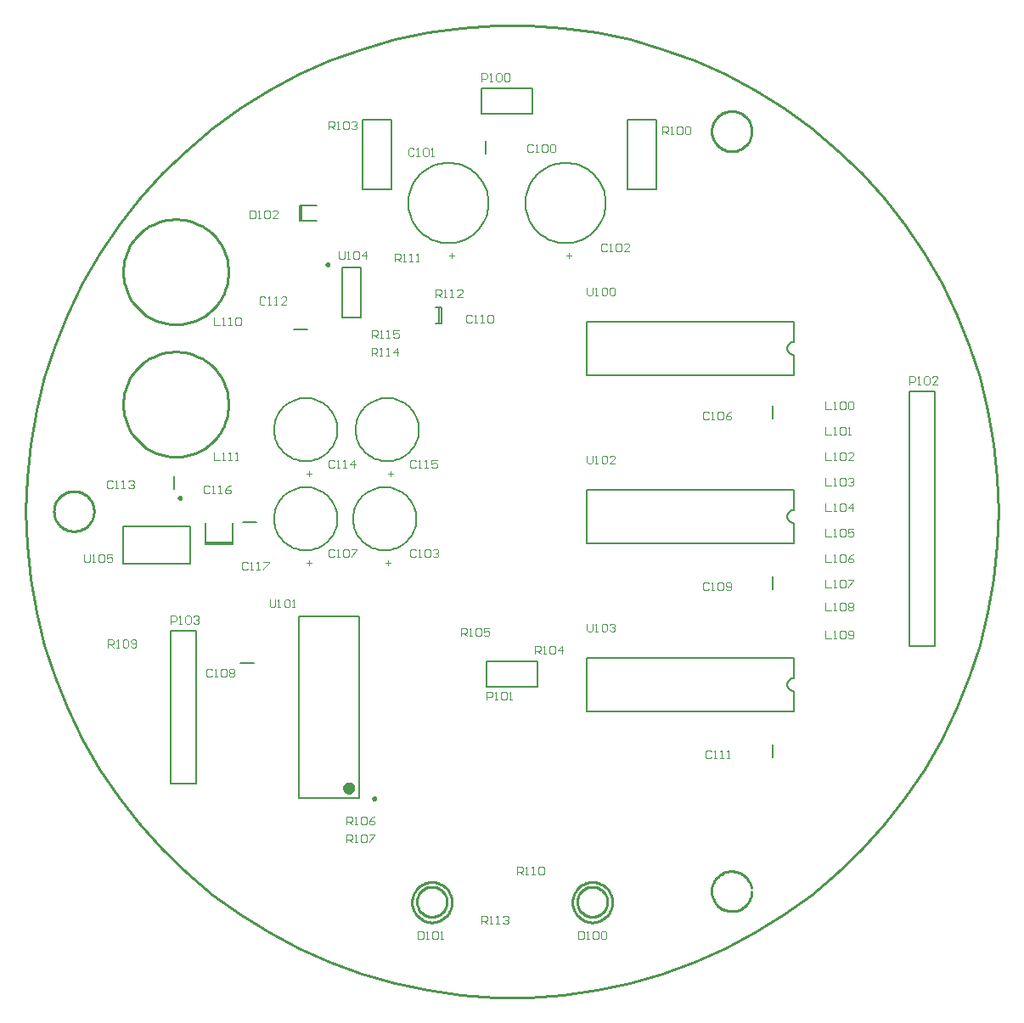
<source format=gto>
%FSDAX23Y23*%
%MOIN*%
%SFA1B1*%

%IPPOS*%
%ADD26C,0.023600*%
%ADD43C,0.010000*%
%ADD44C,0.007900*%
%ADD45C,0.009800*%
%ADD46C,0.003900*%
%LNde-160516-1*%
%LPD*%
G54D26*
X02960Y02243D02*
D01*
X02960Y02243*
X02960Y02244*
X02960Y02245*
X02960Y02246*
X02959Y02247*
X02959Y02247*
X02959Y02248*
X02958Y02249*
X02958Y02250*
X02957Y02250*
X02957Y02251*
X02956Y02251*
X02956Y02252*
X02955Y02252*
X02954Y02253*
X02953Y02253*
X02953Y02254*
X02952Y02254*
X02951Y02254*
X02950Y02254*
X02950Y02254*
X02949Y02254*
X02948*
X02947Y02254*
X02946Y02254*
X02945Y02254*
X02945Y02254*
X02944Y02254*
X02943Y02253*
X02942Y02253*
X02942Y02252*
X02941Y02252*
X02940Y02251*
X02940Y02251*
X02939Y02250*
X02939Y02250*
X02938Y02249*
X02938Y02248*
X02938Y02247*
X02937Y02247*
X02937Y02246*
X02937Y02245*
X02937Y02244*
X02937Y02243*
X02937Y02243*
X02937Y02242*
X02937Y02241*
X02937Y02240*
X02937Y02239*
X02937Y02239*
X02938Y02238*
X02938Y02237*
X02938Y02236*
X02939Y02236*
X02939Y02235*
X02940Y02234*
X02940Y02234*
X02941Y02233*
X02942Y02233*
X02942Y02232*
X02943Y02232*
X02944Y02232*
X02945Y02231*
X02945Y02231*
X02946Y02231*
X02947Y02231*
X02948Y02231*
X02949*
X02950Y02231*
X02950Y02231*
X02951Y02231*
X02952Y02231*
X02953Y02232*
X02953Y02232*
X02954Y02232*
X02955Y02233*
X02956Y02233*
X02956Y02234*
X02957Y02234*
X02957Y02235*
X02958Y02236*
X02958Y02236*
X02959Y02237*
X02959Y02238*
X02959Y02239*
X02960Y02239*
X02960Y02240*
X02960Y02241*
X02960Y02242*
X02960Y02243*
G54D43*
X03983Y01794D02*
D01*
X03983Y01800*
X03982Y01805*
X03981Y01810*
X03980Y01816*
X03978Y01821*
X03976Y01826*
X03974Y01831*
X03971Y01836*
X03968Y01840*
X03965Y01845*
X03961Y01849*
X03957Y01853*
X03953Y01856*
X03949Y01859*
X03944Y01862*
X03939Y01865*
X03934Y01867*
X03929Y01869*
X03924Y01870*
X03918Y01872*
X03913Y01872*
X03907Y01873*
X03902*
X03896Y01872*
X03891Y01872*
X03885Y01870*
X03880Y01869*
X03875Y01867*
X03870Y01865*
X03865Y01862*
X03860Y01859*
X03856Y01856*
X03852Y01853*
X03848Y01849*
X03844Y01845*
X03841Y01840*
X03838Y01836*
X03835Y01831*
X03833Y01826*
X03831Y01821*
X03829Y01816*
X03828Y01810*
X03827Y01805*
X03826Y01800*
X03826Y01794*
X03826Y01789*
X03827Y01783*
X03828Y01778*
X03829Y01772*
X03831Y01767*
X03833Y01762*
X03835Y01757*
X03838Y01752*
X03841Y01748*
X03844Y01744*
X03848Y01739*
X03852Y01736*
X03856Y01732*
X03860Y01729*
X03865Y01726*
X03870Y01723*
X03875Y01721*
X03880Y01719*
X03885Y01718*
X03891Y01717*
X03896Y01716*
X03902Y01715*
X03907*
X03913Y01716*
X03918Y01717*
X03924Y01718*
X03929Y01719*
X03934Y01721*
X03939Y01723*
X03944Y01726*
X03949Y01729*
X03953Y01732*
X03957Y01736*
X03961Y01739*
X03965Y01744*
X03968Y01748*
X03971Y01752*
X03974Y01757*
X03976Y01762*
X03978Y01767*
X03980Y01772*
X03981Y01778*
X03982Y01783*
X03983Y01789*
X03983Y01794*
X03964Y01796D02*
D01*
X03963Y01800*
X03963Y01804*
X03962Y01808*
X03961Y01812*
X03960Y01816*
X03958Y01820*
X03957Y01824*
X03955Y01827*
X03952Y01831*
X03950Y01834*
X03947Y01837*
X03944Y01840*
X03941Y01843*
X03937Y01845*
X03934Y01847*
X03930Y01849*
X03927Y01851*
X03923Y01852*
X03919Y01853*
X03915Y01854*
X03911Y01855*
X03906Y01855*
X03902*
X03898Y01855*
X03894Y01854*
X03890Y01853*
X03886Y01852*
X03882Y01851*
X03878Y01849*
X03875Y01847*
X03871Y01845*
X03868Y01843*
X03865Y01840*
X03862Y01837*
X03859Y01834*
X03857Y01831*
X03854Y01827*
X03852Y01824*
X03850Y01820*
X03849Y01816*
X03848Y01812*
X03847Y01808*
X03846Y01804*
X03845Y01800*
X03845Y01796*
X03845Y01792*
X03846Y01788*
X03847Y01784*
X03848Y01780*
X03849Y01776*
X03850Y01772*
X03852Y01768*
X03854Y01765*
X03857Y01761*
X03859Y01758*
X03862Y01755*
X03865Y01752*
X03868Y01749*
X03871Y01747*
X03875Y01745*
X03878Y01743*
X03882Y01741*
X03886Y01740*
X03890Y01739*
X03894Y01738*
X03898Y01737*
X03902Y01737*
X03906*
X03911Y01737*
X03915Y01738*
X03919Y01739*
X03923Y01740*
X03927Y01741*
X03930Y01743*
X03934Y01745*
X03937Y01747*
X03941Y01749*
X03944Y01752*
X03947Y01755*
X03950Y01758*
X03952Y01761*
X03955Y01765*
X03957Y01768*
X03958Y01772*
X03960Y01776*
X03961Y01780*
X03962Y01784*
X03963Y01788*
X03963Y01792*
X03964Y01796*
X03353Y01794D02*
D01*
X03353Y01800*
X03353Y01805*
X03352Y01810*
X03350Y01816*
X03349Y01821*
X03346Y01826*
X03344Y01831*
X03341Y01836*
X03338Y01840*
X03335Y01845*
X03331Y01849*
X03327Y01853*
X03323Y01856*
X03319Y01859*
X03314Y01862*
X03309Y01865*
X03304Y01867*
X03299Y01869*
X03294Y01870*
X03288Y01872*
X03283Y01872*
X03277Y01873*
X03272*
X03266Y01872*
X03261Y01872*
X03256Y01870*
X03250Y01869*
X03245Y01867*
X03240Y01865*
X03235Y01862*
X03231Y01859*
X03226Y01856*
X03222Y01853*
X03218Y01849*
X03214Y01845*
X03211Y01840*
X03208Y01836*
X03205Y01831*
X03203Y01826*
X03201Y01821*
X03199Y01816*
X03198Y01810*
X03197Y01805*
X03196Y01800*
X03196Y01794*
X03196Y01789*
X03197Y01783*
X03198Y01778*
X03199Y01772*
X03201Y01767*
X03203Y01762*
X03205Y01757*
X03208Y01752*
X03211Y01748*
X03214Y01744*
X03218Y01739*
X03222Y01736*
X03226Y01732*
X03231Y01729*
X03235Y01726*
X03240Y01723*
X03245Y01721*
X03250Y01719*
X03256Y01718*
X03261Y01717*
X03266Y01716*
X03272Y01715*
X03277*
X03283Y01716*
X03288Y01717*
X03294Y01718*
X03299Y01719*
X03304Y01721*
X03309Y01723*
X03314Y01726*
X03319Y01729*
X03323Y01732*
X03327Y01736*
X03331Y01739*
X03335Y01744*
X03338Y01748*
X03341Y01752*
X03344Y01757*
X03346Y01762*
X03349Y01767*
X03350Y01772*
X03352Y01778*
X03353Y01783*
X03353Y01789*
X03353Y01794*
X03334Y01796D02*
D01*
X03333Y01800*
X03333Y01804*
X03332Y01808*
X03331Y01812*
X03330Y01816*
X03328Y01820*
X03327Y01824*
X03325Y01827*
X03322Y01831*
X03320Y01834*
X03317Y01837*
X03314Y01840*
X03311Y01843*
X03308Y01845*
X03304Y01847*
X03300Y01849*
X03297Y01851*
X03293Y01852*
X03289Y01853*
X03285Y01854*
X03281Y01855*
X03277Y01855*
X03272*
X03268Y01855*
X03264Y01854*
X03260Y01853*
X03256Y01852*
X03252Y01851*
X03249Y01849*
X03245Y01847*
X03241Y01845*
X03238Y01843*
X03235Y01840*
X03232Y01837*
X03229Y01834*
X03227Y01831*
X03224Y01827*
X03222Y01824*
X03221Y01820*
X03219Y01816*
X03218Y01812*
X03217Y01808*
X03216Y01804*
X03216Y01800*
X03215Y01796*
X03216Y01792*
X03216Y01788*
X03217Y01784*
X03218Y01780*
X03219Y01776*
X03221Y01772*
X03222Y01768*
X03224Y01765*
X03227Y01761*
X03229Y01758*
X03232Y01755*
X03235Y01752*
X03238Y01749*
X03241Y01747*
X03245Y01745*
X03249Y01743*
X03252Y01741*
X03256Y01740*
X03260Y01739*
X03264Y01738*
X03268Y01737*
X03272Y01737*
X03277*
X03281Y01737*
X03285Y01738*
X03289Y01739*
X03293Y01740*
X03297Y01741*
X03300Y01743*
X03304Y01745*
X03308Y01747*
X03311Y01749*
X03314Y01752*
X03317Y01755*
X03320Y01758*
X03322Y01761*
X03325Y01765*
X03327Y01768*
X03328Y01772*
X03330Y01776*
X03331Y01780*
X03332Y01784*
X03333Y01788*
X03333Y01792*
X03334Y01796*
X05499Y03330D02*
D01*
X05494Y03463*
X05480Y03595*
X05457Y03726*
X05425Y03856*
X05384Y03983*
X05334Y04106*
X05275Y04226*
X05209Y04341*
X05134Y04452*
X05052Y04557*
X04963Y04656*
X04867Y04748*
X04765Y04834*
X04657Y04912*
X04544Y04983*
X04427Y05046*
X04305Y05100*
X04180Y05145*
X04051Y05182*
X03921Y05210*
X03789Y05228*
X03656Y05238*
X03523*
X03390Y05228*
X03258Y05210*
X03128Y05182*
X02999Y05145*
X02874Y05100*
X02752Y05046*
X02635Y04983*
X02522Y04912*
X02414Y04834*
X02312Y04748*
X02216Y04656*
X02127Y04557*
X02045Y04452*
X01970Y04341*
X01904Y04226*
X01845Y04106*
X01795Y03983*
X01754Y03856*
X01722Y03726*
X01699Y03595*
X01685Y03463*
X01680Y03330*
X01685Y03196*
X01699Y03064*
X01722Y02933*
X01754Y02803*
X01795Y02676*
X01845Y02553*
X01904Y02433*
X01970Y02318*
X02045Y02207*
X02127Y02102*
X02216Y02003*
X02312Y01911*
X02414Y01825*
X02522Y01747*
X02635Y01676*
X02752Y01613*
X02874Y01559*
X02999Y01514*
X03128Y01477*
X03258Y01449*
X03390Y01431*
X03523Y01421*
X03656*
X03789Y01431*
X03921Y01449*
X04051Y01477*
X04180Y01514*
X04305Y01559*
X04427Y01613*
X04544Y01676*
X04657Y01747*
X04765Y01825*
X04867Y01911*
X04963Y02003*
X05052Y02102*
X05134Y02207*
X05209Y02318*
X05275Y02433*
X05334Y02553*
X05384Y02676*
X05425Y02803*
X05457Y02933*
X05480Y03064*
X05494Y03196*
X05499Y03330*
X04530Y04822D02*
D01*
X04530Y04827*
X04530Y04833*
X04529Y04838*
X04527Y04843*
X04526Y04849*
X04524Y04854*
X04521Y04859*
X04518Y04863*
X04515Y04868*
X04512Y04872*
X04508Y04876*
X04504Y04880*
X04500Y04884*
X04496Y04887*
X04491Y04890*
X04486Y04892*
X04481Y04895*
X04476Y04896*
X04471Y04898*
X04465Y04899*
X04460Y04900*
X04454Y04900*
X04449*
X04443Y04900*
X04438Y04899*
X04433Y04898*
X04427Y04896*
X04422Y04895*
X04417Y04892*
X04412Y04890*
X04408Y04887*
X04403Y04884*
X04399Y04880*
X04395Y04876*
X04391Y04872*
X04388Y04868*
X04385Y04863*
X04382Y04859*
X04380Y04854*
X04378Y04849*
X04376Y04843*
X04375Y04838*
X04374Y04833*
X04373Y04827*
X04373Y04822*
X04373Y04816*
X04374Y04811*
X04375Y04805*
X04376Y04800*
X04378Y04795*
X04380Y04790*
X04382Y04785*
X04385Y04780*
X04388Y04775*
X04391Y04771*
X04395Y04767*
X04399Y04763*
X04403Y04760*
X04408Y04756*
X04412Y04753*
X04417Y04751*
X04422Y04749*
X04427Y04747*
X04433Y04745*
X04438Y04744*
X04443Y04743*
X04449Y04743*
X04454*
X04460Y04743*
X04465Y04744*
X04471Y04745*
X04476Y04747*
X04481Y04749*
X04486Y04751*
X04491Y04753*
X04496Y04756*
X04500Y04760*
X04504Y04763*
X04508Y04767*
X04512Y04771*
X04515Y04775*
X04518Y04780*
X04521Y04785*
X04524Y04790*
X04526Y04795*
X04527Y04800*
X04529Y04805*
X04530Y04811*
X04530Y04816*
X04530Y04822*
X04529Y01850D02*
D01*
X04528Y01856*
X04527Y01861*
X04525Y01866*
X04523Y01871*
X04520Y01876*
X04517Y01881*
X04514Y01885*
X04511Y01890*
X04507Y01894*
X04503Y01897*
X04499Y01901*
X04494Y01904*
X04489Y01907*
X04484Y01909*
X04479Y01911*
X04474Y01913*
X04469Y01914*
X04463Y01915*
X04458Y01916*
X04452Y01916*
X04447Y01916*
X04442Y01916*
X04436Y01915*
X04431Y01913*
X04426Y01912*
X04420Y01910*
X04415Y01907*
X04411Y01905*
X04406Y01902*
X04402Y01898*
X04398Y01895*
X04394Y01891*
X04390Y01887*
X04387Y01882*
X04384Y01877*
X04381Y01873*
X04379Y01868*
X04377Y01862*
X04375Y01857*
X04374Y01852*
X04373Y01846*
X04373Y01841*
X04373Y01835*
X04373Y01830*
X04374Y01824*
X04375Y01819*
X04377Y01814*
X04378Y01809*
X04381Y01804*
X04383Y01799*
X04386Y01794*
X04389Y01790*
X04393Y01785*
X04396Y01781*
X04400Y01778*
X04405Y01774*
X04409Y01771*
X04414Y01768*
X04419Y01766*
X04424Y01764*
X04429Y01762*
X04435Y01761*
X04440Y01760*
X04445Y01759*
X04451Y01759*
X04456Y01759*
X04462Y01759*
X04467Y01760*
X04473Y01761*
X04478Y01763*
X04483Y01765*
X04488Y01767*
X04493Y01770*
X04497Y01773*
X04502Y01777*
X04506Y01780*
X04510Y01784*
X04513Y01788*
X04517Y01793*
X04520Y01797*
X04522Y01802*
X04524Y01807*
X04526Y01812*
X04528Y01818*
X04529Y01823*
X04530Y01828*
X04530Y01834*
X04530Y01837*
X01948Y03330D02*
D01*
X01948Y03335*
X01947Y03340*
X01946Y03346*
X01945Y03351*
X01943Y03356*
X01941Y03362*
X01939Y03366*
X01936Y03371*
X01933Y03376*
X01929Y03380*
X01926Y03384*
X01922Y03388*
X01918Y03392*
X01913Y03395*
X01908Y03398*
X01904Y03400*
X01899Y03402*
X01893Y03404*
X01888Y03406*
X01883Y03407*
X01877Y03408*
X01872Y03408*
X01866*
X01861Y03408*
X01855Y03407*
X01850Y03406*
X01845Y03404*
X01840Y03402*
X01835Y03400*
X01830Y03398*
X01825Y03395*
X01821Y03392*
X01816Y03388*
X01812Y03384*
X01809Y03380*
X01805Y03376*
X01802Y03371*
X01800Y03366*
X01797Y03362*
X01795Y03356*
X01793Y03351*
X01792Y03346*
X01791Y03340*
X01791Y03335*
X01790Y03330*
X01791Y03324*
X01791Y03319*
X01792Y03313*
X01793Y03308*
X01795Y03303*
X01797Y03297*
X01800Y03293*
X01802Y03288*
X01805Y03283*
X01809Y03279*
X01812Y03275*
X01816Y03271*
X01821Y03267*
X01825Y03264*
X01830Y03261*
X01835Y03259*
X01840Y03257*
X01845Y03255*
X01850Y03253*
X01855Y03252*
X01861Y03251*
X01866Y03251*
X01872*
X01877Y03251*
X01883Y03252*
X01888Y03253*
X01893Y03255*
X01899Y03257*
X01904Y03259*
X01908Y03261*
X01913Y03264*
X01918Y03267*
X01922Y03271*
X01926Y03275*
X01929Y03279*
X01933Y03283*
X01936Y03288*
X01939Y03293*
X01941Y03297*
X01943Y03303*
X01945Y03308*
X01946Y03313*
X01947Y03319*
X01948Y03324*
X01948Y03330*
G54D44*
X04695Y02675D02*
D01*
X04693Y02674*
X04692Y02674*
X04690Y02674*
X04688Y02674*
X04686Y02673*
X04685Y02672*
X04683Y02672*
X04682Y02671*
X04680Y02670*
X04679Y02669*
X04678Y02667*
X04676Y02666*
X04675Y02665*
X04674Y02663*
X04673Y02662*
X04673Y02660*
X04672Y02659*
X04671Y02657*
X04671Y02656*
X04670Y02654*
X04670Y02652*
X04670Y02650*
Y02649*
X04670Y02647*
X04670Y02645*
X04671Y02643*
X04671Y02642*
X04672Y02640*
X04673Y02639*
X04673Y02637*
X04674Y02636*
X04675Y02634*
X04676Y02633*
X04678Y02632*
X04679Y02630*
X04680Y02629*
X04682Y02628*
X04683Y02627*
X04685Y02627*
X04686Y02626*
X04688Y02625*
X04690Y02625*
X04692Y02625*
X04693Y02625*
X04695Y02625*
Y03335D02*
D01*
X04693Y03334*
X04692Y03334*
X04690Y03334*
X04688Y03334*
X04686Y03333*
X04685Y03332*
X04683Y03332*
X04682Y03331*
X04680Y03330*
X04679Y03329*
X04678Y03327*
X04676Y03326*
X04675Y03325*
X04674Y03323*
X04673Y03322*
X04673Y03320*
X04672Y03319*
X04671Y03317*
X04671Y03316*
X04670Y03314*
X04670Y03312*
X04670Y03310*
Y03309*
X04670Y03307*
X04670Y03305*
X04671Y03303*
X04671Y03302*
X04672Y03300*
X04673Y03299*
X04673Y03297*
X04674Y03296*
X04675Y03294*
X04676Y03293*
X04678Y03292*
X04679Y03290*
X04680Y03289*
X04682Y03288*
X04683Y03287*
X04685Y03287*
X04686Y03286*
X04688Y03285*
X04690Y03285*
X04692Y03285*
X04693Y03285*
X04695Y03285*
X03497Y04540D02*
D01*
X03497Y04550*
X03495Y04561*
X03494Y04572*
X03491Y04583*
X03488Y04593*
X03483Y04604*
X03479Y04613*
X03473Y04623*
X03467Y04632*
X03460Y04641*
X03453Y04649*
X03445Y04657*
X03436Y04664*
X03428Y04670*
X03418Y04676*
X03409Y04681*
X03399Y04686*
X03388Y04689*
X03378Y04692*
X03367Y04695*
X03356Y04696*
X03345Y04697*
X03334*
X03323Y04696*
X03312Y04695*
X03301Y04692*
X03291Y04689*
X03280Y04686*
X03270Y04681*
X03261Y04676*
X03251Y04670*
X03243Y04664*
X03234Y04657*
X03226Y04649*
X03219Y04641*
X03212Y04632*
X03206Y04623*
X03200Y04613*
X03196Y04604*
X03191Y04593*
X03188Y04583*
X03185Y04572*
X03184Y04561*
X03182Y04550*
X03182Y04540*
X03182Y04529*
X03184Y04518*
X03185Y04507*
X03188Y04496*
X03191Y04486*
X03196Y04475*
X03200Y04466*
X03206Y04456*
X03212Y04447*
X03219Y04438*
X03226Y04430*
X03234Y04422*
X03243Y04415*
X03251Y04409*
X03261Y04403*
X03270Y04398*
X03280Y04393*
X03291Y04390*
X03301Y04387*
X03312Y04384*
X03323Y04383*
X03334Y04382*
X03345*
X03356Y04383*
X03367Y04384*
X03378Y04387*
X03388Y04390*
X03399Y04393*
X03409Y04398*
X03418Y04403*
X03428Y04409*
X03436Y04415*
X03445Y04422*
X03453Y04430*
X03460Y04438*
X03467Y04447*
X03473Y04456*
X03479Y04466*
X03483Y04475*
X03488Y04486*
X03491Y04496*
X03494Y04507*
X03495Y04518*
X03497Y04529*
X03497Y04540*
X04695Y03995D02*
D01*
X04693Y03994*
X04692Y03994*
X04690Y03994*
X04688Y03994*
X04686Y03993*
X04685Y03992*
X04683Y03992*
X04682Y03991*
X04680Y03990*
X04679Y03989*
X04678Y03987*
X04676Y03986*
X04675Y03985*
X04674Y03983*
X04673Y03982*
X04673Y03980*
X04672Y03979*
X04671Y03977*
X04671Y03976*
X04670Y03974*
X04670Y03972*
X04670Y03970*
Y03969*
X04670Y03967*
X04670Y03965*
X04671Y03963*
X04671Y03962*
X04672Y03960*
X04673Y03959*
X04673Y03957*
X04674Y03956*
X04675Y03954*
X04676Y03953*
X04678Y03952*
X04679Y03950*
X04680Y03949*
X04682Y03948*
X04683Y03947*
X04685Y03947*
X04686Y03946*
X04688Y03945*
X04690Y03945*
X04692Y03945*
X04693Y03945*
X04695Y03945*
X03224Y03650D02*
D01*
X03223Y03658*
X03222Y03667*
X03221Y03675*
X03219Y03684*
X03216Y03692*
X03213Y03700*
X03209Y03708*
X03205Y03715*
X03200Y03722*
X03194Y03729*
X03189Y03736*
X03182Y03742*
X03176Y03747*
X03169Y03752*
X03162Y03757*
X03154Y03761*
X03146Y03764*
X03138Y03767*
X03129Y03770*
X03121Y03772*
X03112Y03773*
X03104Y03773*
X03095*
X03087Y03773*
X03078Y03772*
X03070Y03770*
X03061Y03767*
X03053Y03764*
X03045Y03761*
X03038Y03757*
X03030Y03752*
X03023Y03747*
X03017Y03742*
X03010Y03736*
X03005Y03729*
X02999Y03722*
X02994Y03715*
X02990Y03708*
X02986Y03700*
X02983Y03692*
X02980Y03684*
X02978Y03675*
X02977Y03667*
X02976Y03658*
X02976Y03650*
X02976Y03641*
X02977Y03632*
X02978Y03624*
X02980Y03615*
X02983Y03607*
X02986Y03599*
X02990Y03591*
X02994Y03584*
X02999Y03577*
X03005Y03570*
X03010Y03563*
X03017Y03557*
X03023Y03552*
X03030Y03547*
X03038Y03542*
X03045Y03538*
X03053Y03535*
X03061Y03532*
X03070Y03529*
X03078Y03527*
X03087Y03526*
X03095Y03526*
X03104*
X03112Y03526*
X03121Y03527*
X03129Y03529*
X03138Y03532*
X03146Y03535*
X03154Y03538*
X03162Y03542*
X03169Y03547*
X03176Y03552*
X03182Y03557*
X03189Y03563*
X03194Y03570*
X03200Y03577*
X03205Y03584*
X03209Y03591*
X03213Y03599*
X03216Y03607*
X03219Y03615*
X03221Y03624*
X03222Y03632*
X03223Y03641*
X03224Y03650*
X02904Y03300D02*
D01*
X02903Y03308*
X02902Y03317*
X02901Y03325*
X02899Y03334*
X02896Y03342*
X02893Y03350*
X02889Y03358*
X02885Y03365*
X02880Y03372*
X02874Y03379*
X02869Y03386*
X02862Y03392*
X02856Y03397*
X02849Y03402*
X02842Y03407*
X02834Y03411*
X02826Y03414*
X02818Y03417*
X02809Y03420*
X02801Y03422*
X02792Y03423*
X02784Y03423*
X02775*
X02767Y03423*
X02758Y03422*
X02750Y03420*
X02741Y03417*
X02733Y03414*
X02725Y03411*
X02718Y03407*
X02710Y03402*
X02703Y03397*
X02697Y03392*
X02690Y03386*
X02685Y03379*
X02679Y03372*
X02674Y03365*
X02670Y03358*
X02666Y03350*
X02663Y03342*
X02660Y03334*
X02658Y03325*
X02657Y03317*
X02656Y03308*
X02656Y03300*
X02656Y03291*
X02657Y03282*
X02658Y03274*
X02660Y03265*
X02663Y03257*
X02666Y03249*
X02670Y03241*
X02674Y03234*
X02679Y03227*
X02685Y03220*
X02690Y03213*
X02697Y03207*
X02703Y03202*
X02710Y03197*
X02718Y03192*
X02725Y03188*
X02733Y03185*
X02741Y03182*
X02750Y03179*
X02758Y03177*
X02767Y03176*
X02775Y03176*
X02784*
X02792Y03176*
X02801Y03177*
X02809Y03179*
X02818Y03182*
X02826Y03185*
X02834Y03188*
X02842Y03192*
X02849Y03197*
X02856Y03202*
X02862Y03207*
X02869Y03213*
X02874Y03220*
X02880Y03227*
X02885Y03234*
X02889Y03241*
X02893Y03249*
X02896Y03257*
X02899Y03265*
X02901Y03274*
X02902Y03282*
X02903Y03291*
X02904Y03300*
Y03650D02*
D01*
X02903Y03658*
X02902Y03667*
X02901Y03675*
X02899Y03684*
X02896Y03692*
X02893Y03700*
X02889Y03708*
X02885Y03715*
X02880Y03722*
X02874Y03729*
X02869Y03736*
X02862Y03742*
X02856Y03747*
X02849Y03752*
X02842Y03757*
X02834Y03761*
X02826Y03764*
X02818Y03767*
X02809Y03770*
X02801Y03772*
X02792Y03773*
X02784Y03773*
X02775*
X02767Y03773*
X02758Y03772*
X02750Y03770*
X02741Y03767*
X02733Y03764*
X02725Y03761*
X02718Y03757*
X02710Y03752*
X02703Y03747*
X02697Y03742*
X02690Y03736*
X02685Y03729*
X02679Y03722*
X02674Y03715*
X02670Y03708*
X02666Y03700*
X02663Y03692*
X02660Y03684*
X02658Y03675*
X02657Y03667*
X02656Y03658*
X02656Y03650*
X02656Y03641*
X02657Y03632*
X02658Y03624*
X02660Y03615*
X02663Y03607*
X02666Y03599*
X02670Y03591*
X02674Y03584*
X02679Y03577*
X02685Y03570*
X02690Y03563*
X02697Y03557*
X02703Y03552*
X02710Y03547*
X02718Y03542*
X02725Y03538*
X02733Y03535*
X02741Y03532*
X02750Y03529*
X02758Y03527*
X02767Y03526*
X02775Y03526*
X02784*
X02792Y03526*
X02801Y03527*
X02809Y03529*
X02818Y03532*
X02826Y03535*
X02834Y03538*
X02842Y03542*
X02849Y03547*
X02856Y03552*
X02862Y03557*
X02869Y03563*
X02874Y03570*
X02880Y03577*
X02885Y03584*
X02889Y03591*
X02893Y03599*
X02896Y03607*
X02899Y03615*
X02901Y03624*
X02902Y03632*
X02903Y03641*
X02904Y03650*
X03957Y04540D02*
D01*
X03957Y04550*
X03955Y04561*
X03954Y04572*
X03951Y04583*
X03948Y04593*
X03943Y04604*
X03939Y04613*
X03933Y04623*
X03927Y04632*
X03920Y04641*
X03913Y04649*
X03905Y04657*
X03896Y04664*
X03888Y04670*
X03878Y04676*
X03869Y04681*
X03859Y04686*
X03848Y04689*
X03838Y04692*
X03827Y04695*
X03816Y04696*
X03805Y04697*
X03794*
X03783Y04696*
X03772Y04695*
X03761Y04692*
X03751Y04689*
X03740Y04686*
X03730Y04681*
X03721Y04676*
X03711Y04670*
X03703Y04664*
X03694Y04657*
X03686Y04649*
X03679Y04641*
X03672Y04632*
X03666Y04623*
X03660Y04613*
X03656Y04604*
X03651Y04593*
X03648Y04583*
X03645Y04572*
X03644Y04561*
X03642Y04550*
X03642Y04540*
X03642Y04529*
X03644Y04518*
X03645Y04507*
X03648Y04496*
X03651Y04486*
X03656Y04475*
X03660Y04466*
X03666Y04456*
X03672Y04447*
X03679Y04438*
X03686Y04430*
X03694Y04422*
X03703Y04415*
X03711Y04409*
X03721Y04403*
X03730Y04398*
X03740Y04393*
X03751Y04390*
X03761Y04387*
X03772Y04384*
X03783Y04383*
X03794Y04382*
X03805*
X03816Y04383*
X03827Y04384*
X03838Y04387*
X03848Y04390*
X03859Y04393*
X03869Y04398*
X03878Y04403*
X03888Y04409*
X03896Y04415*
X03905Y04422*
X03913Y04430*
X03920Y04438*
X03927Y04447*
X03933Y04456*
X03939Y04466*
X03943Y04475*
X03948Y04486*
X03951Y04496*
X03954Y04507*
X03955Y04518*
X03957Y04529*
X03957Y04540*
X03214Y03300D02*
D01*
X03213Y03308*
X03212Y03317*
X03211Y03325*
X03209Y03334*
X03206Y03342*
X03203Y03350*
X03199Y03358*
X03195Y03365*
X03190Y03372*
X03184Y03379*
X03179Y03386*
X03172Y03392*
X03166Y03397*
X03159Y03402*
X03152Y03407*
X03144Y03411*
X03136Y03414*
X03128Y03417*
X03119Y03420*
X03111Y03422*
X03102Y03423*
X03094Y03423*
X03085*
X03077Y03423*
X03068Y03422*
X03060Y03420*
X03051Y03417*
X03043Y03414*
X03035Y03411*
X03028Y03407*
X03020Y03402*
X03013Y03397*
X03007Y03392*
X03000Y03386*
X02995Y03379*
X02989Y03372*
X02984Y03365*
X02980Y03358*
X02976Y03350*
X02973Y03342*
X02970Y03334*
X02968Y03325*
X02967Y03317*
X02966Y03308*
X02966Y03300*
X02966Y03291*
X02967Y03282*
X02968Y03274*
X02970Y03265*
X02973Y03257*
X02976Y03249*
X02980Y03241*
X02984Y03234*
X02989Y03227*
X02995Y03220*
X03000Y03213*
X03007Y03207*
X03013Y03202*
X03020Y03197*
X03028Y03192*
X03035Y03188*
X03043Y03185*
X03051Y03182*
X03060Y03179*
X03068Y03177*
X03077Y03176*
X03085Y03176*
X03094*
X03102Y03176*
X03111Y03177*
X03119Y03179*
X03128Y03182*
X03136Y03185*
X03144Y03188*
X03152Y03192*
X03159Y03197*
X03166Y03202*
X03172Y03207*
X03179Y03213*
X03184Y03220*
X03190Y03227*
X03195Y03234*
X03199Y03241*
X03203Y03249*
X03206Y03257*
X03209Y03265*
X03211Y03274*
X03212Y03282*
X03213Y03291*
X03214Y03300*
X02534Y03287D02*
X02585D01*
X02524Y02734D02*
X02575D01*
X03490Y02640D02*
X03690D01*
Y02740*
X03490D02*
X03690D01*
X03490Y02640D02*
Y02740D01*
X04614Y02364D02*
Y02415D01*
X04695Y02675D02*
Y02754D01*
Y02545D02*
Y02625D01*
X03884Y02545D02*
Y02754D01*
X04695*
X03884Y02545D02*
X04695D01*
X02250Y02260D02*
Y02860D01*
X02350Y02260D02*
Y02860D01*
X02250D02*
X02350D01*
X02250Y02260D02*
X02350D01*
X05150Y02800D02*
X05250D01*
X05150D02*
Y03800D01*
X05250*
Y03725D02*
Y03800D01*
Y02800D02*
Y03725D01*
X04695Y03335D02*
Y03414D01*
Y03205D02*
Y03285D01*
X03884Y03205D02*
Y03414D01*
X04695*
X03884Y03205D02*
X04695D01*
X02988Y02203D02*
Y02916D01*
X02751Y02203D02*
Y02916D01*
Y02203D02*
X02988D01*
X02751Y02916D02*
X02988D01*
X03470Y04890D02*
X03670D01*
Y04990*
X03470D02*
X03670D01*
X03470Y04890D02*
Y04990D01*
X04695Y03995D02*
Y04074D01*
Y03865D02*
Y03945D01*
X03884Y03865D02*
Y04074D01*
X04695*
X03884Y03865D02*
X04695D01*
X02264Y03416D02*
Y03467D01*
X02756Y04470D02*
X02823D01*
X02756Y04529D02*
X02823D01*
X02756Y04470D02*
Y04529D01*
X02764Y04470D02*
Y04529D01*
X02924Y04091D02*
Y04288D01*
X02995Y04091D02*
Y04288D01*
X02924D02*
X02995D01*
X02924Y04091D02*
X02995D01*
X02734Y04045D02*
X02785D01*
X03288Y04068D02*
X03311D01*
X03288Y04131D02*
X03311D01*
Y04068D02*
Y04131D01*
X03304Y04068D02*
Y04131D01*
X03485Y04734D02*
Y04785D01*
X03004Y04867D02*
X03115D01*
X03004Y04592D02*
X03115D01*
Y04867*
X03004Y04592D02*
Y04867D01*
X04044D02*
X04155D01*
X04044Y04592D02*
X04155D01*
Y04867*
X04044Y04592D02*
Y04867D01*
X04614Y03024D02*
Y03075D01*
X02326Y03124D02*
Y03270D01*
X02063D02*
X02326D01*
X02063Y03124D02*
Y03270D01*
Y03124D02*
X02326D01*
X02386Y03199D02*
Y03284D01*
X02493Y03199D02*
Y03284D01*
X02386Y03199D02*
X02493D01*
X02386Y03207D02*
X02493D01*
X04614Y03694D02*
Y03745D01*
G54D45*
X03054Y02201D02*
D01*
X03054Y02201*
X03054Y02202*
X03053Y02202*
X03053Y02202*
X03053Y02203*
X03053Y02203*
X03053Y02203*
X03053Y02204*
X03053Y02204*
X03052Y02204*
X03052Y02204*
X03052Y02205*
X03052Y02205*
X03051Y02205*
X03051Y02205*
X03051Y02205*
X03051Y02206*
X03050Y02206*
X03050Y02206*
X03050Y02206*
X03049Y02206*
X03049Y02206*
X03049*
X03048Y02206*
X03048Y02206*
X03048Y02206*
X03047Y02206*
X03047Y02206*
X03047Y02205*
X03046Y02205*
X03046Y02205*
X03046Y02205*
X03045Y02205*
X03045Y02204*
X03045Y02204*
X03045Y02204*
X03045Y02204*
X03044Y02203*
X03044Y02203*
X03044Y02203*
X03044Y02202*
X03044Y02202*
X03044Y02202*
X03044Y02201*
X03044Y02201*
X03044Y02201*
X03044Y02200*
X03044Y02200*
X03044Y02200*
X03044Y02199*
X03044Y02199*
X03044Y02199*
X03045Y02198*
X03045Y02198*
X03045Y02198*
X03045Y02198*
X03045Y02197*
X03046Y02197*
X03046Y02197*
X03046Y02197*
X03047Y02197*
X03047Y02196*
X03047Y02196*
X03048Y02196*
X03048Y02196*
X03048Y02196*
X03049Y02196*
X03049*
X03049Y02196*
X03050Y02196*
X03050Y02196*
X03050Y02196*
X03051Y02196*
X03051Y02197*
X03051Y02197*
X03051Y02197*
X03052Y02197*
X03052Y02197*
X03052Y02198*
X03052Y02198*
X03053Y02198*
X03053Y02198*
X03053Y02199*
X03053Y02199*
X03053Y02199*
X03053Y02200*
X03053Y02200*
X03054Y02200*
X03054Y02201*
X03054Y02201*
X02870Y04298D02*
D01*
X02870Y04298*
X02870Y04299*
X02870Y04299*
X02870Y04299*
X02870Y04300*
X02869Y04300*
X02869Y04300*
X02869Y04301*
X02869Y04301*
X02869Y04301*
X02869Y04301*
X02868Y04302*
X02868Y04302*
X02868Y04302*
X02867Y04302*
X02867Y04302*
X02867Y04303*
X02867Y04303*
X02866Y04303*
X02866Y04303*
X02866Y04303*
X02865Y04303*
X02865*
X02864Y04303*
X02864Y04303*
X02864Y04303*
X02863Y04303*
X02863Y04303*
X02863Y04302*
X02863Y04302*
X02862Y04302*
X02862Y04302*
X02862Y04302*
X02861Y04301*
X02861Y04301*
X02861Y04301*
X02861Y04301*
X02861Y04300*
X02861Y04300*
X02860Y04300*
X02860Y04299*
X02860Y04299*
X02860Y04299*
X02860Y04298*
X02860Y04298*
X02860Y04298*
X02860Y04297*
X02860Y04297*
X02860Y04297*
X02860Y04296*
X02861Y04296*
X02861Y04296*
X02861Y04295*
X02861Y04295*
X02861Y04295*
X02861Y04295*
X02862Y04294*
X02862Y04294*
X02862Y04294*
X02863Y04294*
X02863Y04294*
X02863Y04293*
X02863Y04293*
X02864Y04293*
X02864Y04293*
X02864Y04293*
X02865Y04293*
X02865*
X02866Y04293*
X02866Y04293*
X02866Y04293*
X02867Y04293*
X02867Y04293*
X02867Y04294*
X02867Y04294*
X02868Y04294*
X02868Y04294*
X02868Y04294*
X02869Y04295*
X02869Y04295*
X02869Y04295*
X02869Y04295*
X02869Y04296*
X02869Y04296*
X02870Y04296*
X02870Y04297*
X02870Y04297*
X02870Y04297*
X02870Y04298*
X02870Y04298*
X02476Y03750D02*
D01*
X02476Y03764*
X02474Y03778*
X02472Y03792*
X02468Y03806*
X02464Y03820*
X02458Y03834*
X02452Y03847*
X02445Y03859*
X02437Y03871*
X02428Y03882*
X02418Y03893*
X02408Y03903*
X02397Y03912*
X02385Y03921*
X02373Y03929*
X02360Y03935*
X02347Y03941*
X02333Y03946*
X02320Y03950*
X02305Y03953*
X02291Y03955*
X02277Y03956*
X02262*
X02248Y03955*
X02234Y03953*
X02219Y03950*
X02206Y03946*
X02192Y03941*
X02179Y03935*
X02166Y03929*
X02154Y03921*
X02142Y03912*
X02131Y03903*
X02121Y03893*
X02111Y03882*
X02102Y03871*
X02094Y03859*
X02087Y03847*
X02081Y03834*
X02075Y03820*
X02071Y03806*
X02067Y03792*
X02065Y03778*
X02063Y03764*
X02063Y03750*
X02063Y03735*
X02065Y03721*
X02067Y03707*
X02071Y03693*
X02075Y03679*
X02081Y03665*
X02087Y03652*
X02094Y03640*
X02102Y03628*
X02111Y03617*
X02121Y03606*
X02131Y03596*
X02142Y03587*
X02154Y03578*
X02166Y03570*
X02179Y03564*
X02192Y03558*
X02206Y03553*
X02219Y03549*
X02234Y03546*
X02248Y03544*
X02262Y03543*
X02277*
X02291Y03544*
X02305Y03546*
X02320Y03549*
X02333Y03553*
X02347Y03558*
X02360Y03564*
X02373Y03570*
X02385Y03578*
X02397Y03587*
X02408Y03596*
X02418Y03606*
X02428Y03617*
X02437Y03628*
X02445Y03640*
X02452Y03652*
X02458Y03665*
X02464Y03679*
X02468Y03693*
X02472Y03707*
X02474Y03721*
X02476Y03735*
X02476Y03750*
Y04270D02*
D01*
X02476Y04284*
X02474Y04298*
X02472Y04312*
X02468Y04326*
X02464Y04340*
X02458Y04354*
X02452Y04367*
X02445Y04379*
X02437Y04391*
X02428Y04402*
X02418Y04413*
X02408Y04423*
X02397Y04432*
X02385Y04441*
X02373Y04449*
X02360Y04455*
X02347Y04461*
X02333Y04466*
X02320Y04470*
X02305Y04473*
X02291Y04475*
X02277Y04476*
X02262*
X02248Y04475*
X02234Y04473*
X02219Y04470*
X02206Y04466*
X02192Y04461*
X02179Y04455*
X02166Y04449*
X02154Y04441*
X02142Y04432*
X02131Y04423*
X02121Y04413*
X02111Y04402*
X02102Y04391*
X02094Y04379*
X02087Y04367*
X02081Y04354*
X02075Y04340*
X02071Y04326*
X02067Y04312*
X02065Y04298*
X02063Y04284*
X02063Y04270*
X02063Y04255*
X02065Y04241*
X02067Y04227*
X02071Y04213*
X02075Y04199*
X02081Y04185*
X02087Y04172*
X02094Y04160*
X02102Y04148*
X02111Y04137*
X02121Y04126*
X02131Y04116*
X02142Y04107*
X02154Y04098*
X02166Y04090*
X02179Y04084*
X02192Y04078*
X02206Y04073*
X02219Y04069*
X02234Y04066*
X02248Y04064*
X02262Y04063*
X02277*
X02291Y04064*
X02305Y04066*
X02320Y04069*
X02333Y04073*
X02347Y04078*
X02360Y04084*
X02373Y04090*
X02385Y04098*
X02397Y04107*
X02408Y04116*
X02418Y04126*
X02428Y04137*
X02437Y04148*
X02445Y04160*
X02452Y04172*
X02458Y04185*
X02464Y04199*
X02468Y04213*
X02472Y04227*
X02474Y04241*
X02476Y04255*
X02476Y04270*
X02290Y03382D02*
D01*
X02290Y03382*
X02290Y03382*
X02290Y03383*
X02290Y03383*
X02290Y03383*
X02290Y03384*
X02289Y03384*
X02289Y03384*
X02289Y03385*
X02289Y03385*
X02289Y03385*
X02288Y03385*
X02288Y03386*
X02288Y03386*
X02288Y03386*
X02287Y03386*
X02287Y03386*
X02287Y03386*
X02286Y03386*
X02286Y03387*
X02286Y03387*
X02285Y03387*
X02285*
X02285Y03387*
X02284Y03387*
X02284Y03386*
X02284Y03386*
X02283Y03386*
X02283Y03386*
X02283Y03386*
X02282Y03386*
X02282Y03386*
X02282Y03385*
X02282Y03385*
X02281Y03385*
X02281Y03385*
X02281Y03384*
X02281Y03384*
X02281Y03384*
X02280Y03383*
X02280Y03383*
X02280Y03383*
X02280Y03382*
X02280Y03382*
X02280Y03382*
X02280Y03381*
X02280Y03381*
X02280Y03381*
X02280Y03380*
X02280Y03380*
X02281Y03380*
X02281Y03379*
X02281Y03379*
X02281Y03379*
X02281Y03379*
X02282Y03378*
X02282Y03378*
X02282Y03378*
X02282Y03378*
X02283Y03377*
X02283Y03377*
X02283Y03377*
X02284Y03377*
X02284Y03377*
X02284Y03377*
X02285Y03377*
X02285Y03377*
X02285*
X02286Y03377*
X02286Y03377*
X02286Y03377*
X02287Y03377*
X02287Y03377*
X02287Y03377*
X02288Y03377*
X02288Y03378*
X02288Y03378*
X02288Y03378*
X02289Y03378*
X02289Y03379*
X02289Y03379*
X02289Y03379*
X02289Y03379*
X02290Y03380*
X02290Y03380*
X02290Y03380*
X02290Y03381*
X02290Y03381*
X02290Y03381*
X02290Y03382*
G54D46*
X03671Y04766D02*
X03665Y04771D01*
X03655*
X03650Y04766*
Y04745*
X03655Y04740*
X03665*
X03671Y04745*
X03681Y04740D02*
X03692D01*
X03686*
Y04771*
X03681Y04766*
X03707D02*
X03713Y04771D01*
X03723*
X03728Y04766*
Y04745*
X03723Y04740*
X03713*
X03707Y04745*
Y04766*
X03739D02*
X03744Y04771D01*
X03755*
X03760Y04766*
Y04745*
X03755Y04740*
X03744*
X03739Y04745*
Y04766*
X03204Y04751D02*
X03198Y04756D01*
X03188*
X03183Y04751*
Y04730*
X03188Y04725*
X03198*
X03204Y04730*
X03214Y04725D02*
X03225D01*
X03219*
Y04756*
X03214Y04751*
X03240D02*
X03246Y04756D01*
X03256*
X03261Y04751*
Y04730*
X03256Y04725*
X03246*
X03240Y04730*
Y04751*
X03272Y04725D02*
X03282D01*
X03277*
Y04756*
X03272Y04751*
X03961Y04376D02*
X03955Y04381D01*
X03945*
X03940Y04376*
Y04355*
X03945Y04350*
X03955*
X03961Y04355*
X03971Y04350D02*
X03982D01*
X03976*
Y04381*
X03971Y04376*
X03997D02*
X04003Y04381D01*
X04013*
X04018Y04376*
Y04355*
X04013Y04350*
X04003*
X03997Y04355*
Y04376*
X04050Y04350D02*
X04029D01*
X04050Y04371*
Y04376*
X04045Y04381*
X04034*
X04029Y04376*
X03211Y03176D02*
X03205Y03181D01*
X03195*
X03190Y03176*
Y03155*
X03195Y03150*
X03205*
X03211Y03155*
X03221Y03150D02*
X03232D01*
X03226*
Y03181*
X03221Y03176*
X03247D02*
X03253Y03181D01*
X03263*
X03268Y03176*
Y03155*
X03263Y03150*
X03253*
X03247Y03155*
Y03176*
X03279D02*
X03284Y03181D01*
X03295*
X03300Y03176*
Y03171*
X03295Y03165*
X03289*
X03295*
X03300Y03160*
Y03155*
X03295Y03150*
X03284*
X03279Y03155*
X04361Y03716D02*
X04355Y03721D01*
X04345*
X04340Y03716*
Y03695*
X04345Y03690*
X04355*
X04361Y03695*
X04371Y03690D02*
X04382D01*
X04376*
Y03721*
X04371Y03716*
X04397D02*
X04403Y03721D01*
X04413*
X04418Y03716*
Y03695*
X04413Y03690*
X04403*
X04397Y03695*
Y03716*
X04450Y03721D02*
X04439Y03716D01*
X04429Y03705*
Y03695*
X04434Y03690*
X04445*
X04450Y03695*
Y03700*
X04445Y03705*
X04429*
X02891Y03176D02*
X02885Y03181D01*
X02875*
X02870Y03176*
Y03155*
X02875Y03150*
X02885*
X02891Y03155*
X02901Y03150D02*
X02912D01*
X02906*
Y03181*
X02901Y03176*
X02927D02*
X02933Y03181D01*
X02943*
X02948Y03176*
Y03155*
X02943Y03150*
X02933*
X02927Y03155*
Y03176*
X02959Y03181D02*
X02980D01*
Y03176*
X02959Y03155*
Y03150*
X02411Y02706D02*
X02405Y02711D01*
X02395*
X02390Y02706*
Y02685*
X02395Y02680*
X02405*
X02411Y02685*
X02421Y02680D02*
X02432D01*
X02426*
Y02711*
X02421Y02706*
X02447D02*
X02453Y02711D01*
X02463*
X02468Y02706*
Y02685*
X02463Y02680*
X02453*
X02447Y02685*
Y02706*
X02479D02*
X02484Y02711D01*
X02495*
X02500Y02706*
Y02701*
X02495Y02695*
X02500Y02690*
Y02685*
X02495Y02680*
X02484*
X02479Y02685*
Y02690*
X02484Y02695*
X02479Y02701*
Y02706*
X02484Y02695D02*
X02495D01*
X04361Y03046D02*
X04355Y03051D01*
X04345*
X04340Y03046*
Y03025*
X04345Y03020*
X04355*
X04361Y03025*
X04371Y03020D02*
X04382D01*
X04376*
Y03051*
X04371Y03046*
X04397D02*
X04403Y03051D01*
X04413*
X04418Y03046*
Y03025*
X04413Y03020*
X04403*
X04397Y03025*
Y03046*
X04429Y03025D02*
X04434Y03020D01*
X04445*
X04450Y03025*
Y03046*
X04445Y03051*
X04434*
X04429Y03046*
Y03041*
X04434Y03035*
X04450*
X03431Y04096D02*
X03425Y04101D01*
X03415*
X03410Y04096*
Y04075*
X03415Y04070*
X03425*
X03431Y04075*
X03441Y04070D02*
X03452D01*
X03446*
Y04101*
X03441Y04096*
X03467Y04070D02*
X03478D01*
X03473*
Y04101*
X03467Y04096*
X03494D02*
X03499Y04101D01*
X03509*
X03515Y04096*
Y04075*
X03509Y04070*
X03499*
X03494Y04075*
Y04096*
X04371Y02386D02*
X04365Y02391D01*
X04355*
X04350Y02386*
Y02365*
X04355Y02360*
X04365*
X04371Y02365*
X04381Y02360D02*
X04392D01*
X04386*
Y02391*
X04381Y02386*
X04407Y02360D02*
X04418D01*
X04413*
Y02391*
X04407Y02386*
X04434Y02360D02*
X04444D01*
X04439*
Y02391*
X04434Y02386*
X02620Y04166D02*
X02615Y04172D01*
X02604*
X02599Y04166*
Y04145*
X02604Y04140*
X02615*
X02620Y04145*
X02631Y04140D02*
X02641D01*
X02636*
Y04172*
X02631Y04166*
X02657Y04140D02*
X02667D01*
X02662*
Y04172*
X02657Y04166*
X02704Y04140D02*
X02683D01*
X02704Y04161*
Y04166*
X02699Y04172*
X02688*
X02683Y04166*
X02021Y03446D02*
X02015Y03451D01*
X02005*
X02000Y03446*
Y03425*
X02005Y03420*
X02015*
X02021Y03425*
X02031Y03420D02*
X02042D01*
X02036*
Y03451*
X02031Y03446*
X02057Y03420D02*
X02068D01*
X02063*
Y03451*
X02057Y03446*
X02084D02*
X02089Y03451D01*
X02099*
X02105Y03446*
Y03441*
X02099Y03435*
X02094*
X02099*
X02105Y03430*
Y03425*
X02099Y03420*
X02089*
X02084Y03425*
X02891Y03526D02*
X02885Y03531D01*
X02875*
X02870Y03526*
Y03505*
X02875Y03500*
X02885*
X02891Y03505*
X02901Y03500D02*
X02912D01*
X02906*
Y03531*
X02901Y03526*
X02927Y03500D02*
X02938D01*
X02933*
Y03531*
X02927Y03526*
X02969Y03500D02*
Y03531D01*
X02954Y03515*
X02975*
X03211Y03526D02*
X03205Y03531D01*
X03195*
X03190Y03526*
Y03505*
X03195Y03500*
X03205*
X03211Y03505*
X03221Y03500D02*
X03232D01*
X03226*
Y03531*
X03221Y03526*
X03247Y03500D02*
X03258D01*
X03253*
Y03531*
X03247Y03526*
X03295Y03531D02*
X03274D01*
Y03515*
X03284Y03521*
X03289*
X03295Y03515*
Y03505*
X03289Y03500*
X03279*
X03274Y03505*
X02401Y03426D02*
X02395Y03431D01*
X02385*
X02380Y03426*
Y03405*
X02385Y03400*
X02395*
X02401Y03405*
X02411Y03400D02*
X02422D01*
X02416*
Y03431*
X02411Y03426*
X02437Y03400D02*
X02448D01*
X02443*
Y03431*
X02437Y03426*
X02485Y03431D02*
X02474Y03426D01*
X02464Y03415*
Y03405*
X02469Y03400*
X02479*
X02485Y03405*
Y03410*
X02479Y03415*
X02464*
X02551Y03126D02*
X02545Y03131D01*
X02535*
X02530Y03126*
Y03105*
X02535Y03100*
X02545*
X02551Y03105*
X02561Y03100D02*
X02572D01*
X02566*
Y03131*
X02561Y03126*
X02587Y03100D02*
X02598D01*
X02593*
Y03131*
X02587Y03126*
X02614Y03131D02*
X02635D01*
Y03126*
X02614Y03105*
Y03100*
X03850Y01681D02*
Y01650D01*
X03865*
X03871Y01655*
Y01676*
X03865Y01681*
X03850*
X03881Y01650D02*
X03892D01*
X03886*
Y01681*
X03881Y01676*
X03907D02*
X03913Y01681D01*
X03923*
X03928Y01676*
Y01655*
X03923Y01650*
X03913*
X03907Y01655*
Y01676*
X03939D02*
X03944Y01681D01*
X03955*
X03960Y01676*
Y01655*
X03955Y01650*
X03944*
X03939Y01655*
Y01676*
X03220Y01681D02*
Y01650D01*
X03235*
X03241Y01655*
Y01676*
X03235Y01681*
X03220*
X03251Y01650D02*
X03262D01*
X03256*
Y01681*
X03251Y01676*
X03277D02*
X03283Y01681D01*
X03293*
X03298Y01676*
Y01655*
X03293Y01650*
X03283*
X03277Y01655*
Y01676*
X03309Y01650D02*
X03319D01*
X03314*
Y01681*
X03309Y01676*
X02560Y04511D02*
Y04480D01*
X02575*
X02581Y04485*
Y04506*
X02575Y04511*
X02560*
X02591Y04480D02*
X02602D01*
X02596*
Y04511*
X02591Y04506*
X02617D02*
X02623Y04511D01*
X02633*
X02638Y04506*
Y04485*
X02633Y04480*
X02623*
X02617Y04485*
Y04506*
X02670Y04480D02*
X02649D01*
X02670Y04501*
Y04506*
X02665Y04511*
X02654*
X02649Y04506*
X04820Y03761D02*
Y03730D01*
X04841*
X04851D02*
X04862D01*
X04856*
Y03761*
X04851Y03756*
X04877D02*
X04883Y03761D01*
X04893*
X04898Y03756*
Y03735*
X04893Y03730*
X04883*
X04877Y03735*
Y03756*
X04909D02*
X04914Y03761D01*
X04925*
X04930Y03756*
Y03735*
X04925Y03730*
X04914*
X04909Y03735*
Y03756*
X04820Y03661D02*
Y03630D01*
X04841*
X04851D02*
X04862D01*
X04856*
Y03661*
X04851Y03656*
X04877D02*
X04883Y03661D01*
X04893*
X04898Y03656*
Y03635*
X04893Y03630*
X04883*
X04877Y03635*
Y03656*
X04909Y03630D02*
X04919D01*
X04914*
Y03661*
X04909Y03656*
X04820Y03561D02*
Y03530D01*
X04841*
X04851D02*
X04862D01*
X04856*
Y03561*
X04851Y03556*
X04877D02*
X04883Y03561D01*
X04893*
X04898Y03556*
Y03535*
X04893Y03530*
X04883*
X04877Y03535*
Y03556*
X04930Y03530D02*
X04909D01*
X04930Y03551*
Y03556*
X04925Y03561*
X04914*
X04909Y03556*
X04820Y03461D02*
Y03430D01*
X04841*
X04851D02*
X04862D01*
X04856*
Y03461*
X04851Y03456*
X04877D02*
X04883Y03461D01*
X04893*
X04898Y03456*
Y03435*
X04893Y03430*
X04883*
X04877Y03435*
Y03456*
X04909D02*
X04914Y03461D01*
X04925*
X04930Y03456*
Y03451*
X04925Y03445*
X04919*
X04925*
X04930Y03440*
Y03435*
X04925Y03430*
X04914*
X04909Y03435*
X04820Y03361D02*
Y03330D01*
X04841*
X04851D02*
X04862D01*
X04856*
Y03361*
X04851Y03356*
X04877D02*
X04883Y03361D01*
X04893*
X04898Y03356*
Y03335*
X04893Y03330*
X04883*
X04877Y03335*
Y03356*
X04925Y03330D02*
Y03361D01*
X04909Y03345*
X04930*
X04820Y03261D02*
Y03230D01*
X04841*
X04851D02*
X04862D01*
X04856*
Y03261*
X04851Y03256*
X04877D02*
X04883Y03261D01*
X04893*
X04898Y03256*
Y03235*
X04893Y03230*
X04883*
X04877Y03235*
Y03256*
X04930Y03261D02*
X04909D01*
Y03245*
X04919Y03251*
X04925*
X04930Y03245*
Y03235*
X04925Y03230*
X04914*
X04909Y03235*
X04820Y03161D02*
Y03130D01*
X04841*
X04851D02*
X04862D01*
X04856*
Y03161*
X04851Y03156*
X04877D02*
X04883Y03161D01*
X04893*
X04898Y03156*
Y03135*
X04893Y03130*
X04883*
X04877Y03135*
Y03156*
X04930Y03161D02*
X04919Y03156D01*
X04909Y03145*
Y03135*
X04914Y03130*
X04925*
X04930Y03135*
Y03140*
X04925Y03145*
X04909*
X04820Y03061D02*
Y03030D01*
X04841*
X04851D02*
X04862D01*
X04856*
Y03061*
X04851Y03056*
X04877D02*
X04883Y03061D01*
X04893*
X04898Y03056*
Y03035*
X04893Y03030*
X04883*
X04877Y03035*
Y03056*
X04909Y03061D02*
X04930D01*
Y03056*
X04909Y03035*
Y03030*
X04820Y02971D02*
Y02940D01*
X04841*
X04851D02*
X04862D01*
X04856*
Y02971*
X04851Y02966*
X04877D02*
X04883Y02971D01*
X04893*
X04898Y02966*
Y02945*
X04893Y02940*
X04883*
X04877Y02945*
Y02966*
X04909D02*
X04914Y02971D01*
X04925*
X04930Y02966*
Y02961*
X04925Y02955*
X04930Y02950*
Y02945*
X04925Y02940*
X04914*
X04909Y02945*
Y02950*
X04914Y02955*
X04909Y02961*
Y02966*
X04914Y02955D02*
X04925D01*
X04820Y02861D02*
Y02830D01*
X04841*
X04851D02*
X04862D01*
X04856*
Y02861*
X04851Y02856*
X04877D02*
X04883Y02861D01*
X04893*
X04898Y02856*
Y02835*
X04893Y02830*
X04883*
X04877Y02835*
Y02856*
X04909Y02835D02*
X04914Y02830D01*
X04925*
X04930Y02835*
Y02856*
X04925Y02861*
X04914*
X04909Y02856*
Y02851*
X04914Y02845*
X04930*
X02420Y04091D02*
Y04060D01*
X02441*
X02451D02*
X02462D01*
X02456*
Y04091*
X02451Y04086*
X02477Y04060D02*
X02488D01*
X02483*
Y04091*
X02477Y04086*
X02504D02*
X02509Y04091D01*
X02519*
X02525Y04086*
Y04065*
X02519Y04060*
X02509*
X02504Y04065*
Y04086*
X02420Y03561D02*
Y03530D01*
X02441*
X02451D02*
X02462D01*
X02456*
Y03561*
X02451Y03556*
X02477Y03530D02*
X02488D01*
X02483*
Y03561*
X02477Y03556*
X02504Y03530D02*
X02514D01*
X02509*
Y03561*
X02504Y03556*
X03470Y05018D02*
Y05049D01*
X03485*
X03491Y05044*
Y05033*
X03485Y05028*
X03470*
X03501Y05018D02*
X03512D01*
X03506*
Y05049*
X03501Y05044*
X03527D02*
X03533Y05049D01*
X03543*
X03548Y05044*
Y05023*
X03543Y05018*
X03533*
X03527Y05023*
Y05044*
X03559D02*
X03564Y05049D01*
X03575*
X03580Y05044*
Y05023*
X03575Y05018*
X03564*
X03559Y05023*
Y05044*
X03490Y02590D02*
Y02621D01*
X03505*
X03511Y02616*
Y02605*
X03505Y02600*
X03490*
X03521Y02590D02*
X03532D01*
X03526*
Y02621*
X03521Y02616*
X03547D02*
X03553Y02621D01*
X03563*
X03568Y02616*
Y02595*
X03563Y02590*
X03553*
X03547Y02595*
Y02616*
X03579Y02590D02*
X03589D01*
X03584*
Y02621*
X03579Y02616*
X05150Y03828D02*
Y03859D01*
X05165*
X05171Y03854*
Y03843*
X05165Y03838*
X05150*
X05181Y03828D02*
X05192D01*
X05186*
Y03859*
X05181Y03854*
X05207D02*
X05213Y03859D01*
X05223*
X05228Y03854*
Y03833*
X05223Y03828*
X05213*
X05207Y03833*
Y03854*
X05260Y03828D02*
X05239D01*
X05260Y03849*
Y03854*
X05255Y03859*
X05244*
X05239Y03854*
X02250Y02888D02*
Y02919D01*
X02265*
X02271Y02914*
Y02903*
X02265Y02898*
X02250*
X02281Y02888D02*
X02292D01*
X02286*
Y02919*
X02281Y02914*
X02307D02*
X02313Y02919D01*
X02323*
X02328Y02914*
Y02893*
X02323Y02888*
X02313*
X02307Y02893*
Y02914*
X02339D02*
X02344Y02919D01*
X02355*
X02360Y02914*
Y02909*
X02355Y02903*
X02349*
X02355*
X02360Y02898*
Y02893*
X02355Y02888*
X02344*
X02339Y02893*
X04180Y04810D02*
Y04841D01*
X04195*
X04201Y04836*
Y04825*
X04195Y04820*
X04180*
X04190D02*
X04201Y04810D01*
X04211D02*
X04222D01*
X04216*
Y04841*
X04211Y04836*
X04237D02*
X04243Y04841D01*
X04253*
X04258Y04836*
Y04815*
X04253Y04810*
X04243*
X04237Y04815*
Y04836*
X04269D02*
X04274Y04841D01*
X04285*
X04290Y04836*
Y04815*
X04285Y04810*
X04274*
X04269Y04815*
Y04836*
X02870Y04830D02*
Y04861D01*
X02885*
X02891Y04856*
Y04845*
X02885Y04840*
X02870*
X02880D02*
X02891Y04830D01*
X02901D02*
X02912D01*
X02906*
Y04861*
X02901Y04856*
X02927D02*
X02933Y04861D01*
X02943*
X02948Y04856*
Y04835*
X02943Y04830*
X02933*
X02927Y04835*
Y04856*
X02959D02*
X02964Y04861D01*
X02975*
X02980Y04856*
Y04851*
X02975Y04845*
X02969*
X02975*
X02980Y04840*
Y04835*
X02975Y04830*
X02964*
X02959Y04835*
X03680Y02770D02*
Y02801D01*
X03695*
X03701Y02796*
Y02785*
X03695Y02780*
X03680*
X03690D02*
X03701Y02770D01*
X03711D02*
X03722D01*
X03716*
Y02801*
X03711Y02796*
X03737D02*
X03743Y02801D01*
X03753*
X03758Y02796*
Y02775*
X03753Y02770*
X03743*
X03737Y02775*
Y02796*
X03785Y02770D02*
Y02801D01*
X03769Y02785*
X03790*
X03390Y02840D02*
Y02871D01*
X03405*
X03411Y02866*
Y02855*
X03405Y02850*
X03390*
X03400D02*
X03411Y02840D01*
X03421D02*
X03432D01*
X03426*
Y02871*
X03421Y02866*
X03447D02*
X03453Y02871D01*
X03463*
X03468Y02866*
Y02845*
X03463Y02840*
X03453*
X03447Y02845*
Y02866*
X03500Y02871D02*
X03479D01*
Y02855*
X03489Y02861*
X03495*
X03500Y02855*
Y02845*
X03495Y02840*
X03484*
X03479Y02845*
X02940Y02100D02*
Y02131D01*
X02955*
X02961Y02126*
Y02115*
X02955Y02110*
X02940*
X02950D02*
X02961Y02100D01*
X02971D02*
X02982D01*
X02976*
Y02131*
X02971Y02126*
X02997D02*
X03003Y02131D01*
X03013*
X03018Y02126*
Y02105*
X03013Y02100*
X03003*
X02997Y02105*
Y02126*
X03050Y02131D02*
X03039Y02126D01*
X03029Y02115*
Y02105*
X03034Y02100*
X03045*
X03050Y02105*
Y02110*
X03045Y02115*
X03029*
X02940Y02030D02*
Y02061D01*
X02955*
X02961Y02056*
Y02045*
X02955Y02040*
X02940*
X02950D02*
X02961Y02030D01*
X02971D02*
X02982D01*
X02976*
Y02061*
X02971Y02056*
X02997D02*
X03003Y02061D01*
X03013*
X03018Y02056*
Y02035*
X03013Y02030*
X03003*
X02997Y02035*
Y02056*
X03029Y02061D02*
X03050D01*
Y02056*
X03029Y02035*
Y02030*
X02004Y02795D02*
Y02827D01*
X02020*
X02025Y02821*
Y02811*
X02020Y02806*
X02004*
X02014D02*
X02025Y02795D01*
X02035D02*
X02046D01*
X02041*
Y02827*
X02035Y02821*
X02062D02*
X02067Y02827D01*
X02077*
X02083Y02821*
Y02800*
X02077Y02795*
X02067*
X02062Y02800*
Y02821*
X02093Y02800D02*
X02098Y02795D01*
X02109*
X02114Y02800*
Y02821*
X02109Y02827*
X02098*
X02093Y02821*
Y02816*
X02098Y02811*
X02114*
X03610Y01903D02*
Y01934D01*
X03625*
X03631Y01929*
Y01918*
X03625Y01913*
X03610*
X03620D02*
X03631Y01903D01*
X03641D02*
X03652D01*
X03646*
Y01934*
X03641Y01929*
X03667Y01903D02*
X03678D01*
X03673*
Y01934*
X03667Y01929*
X03694D02*
X03699Y01934D01*
X03709*
X03715Y01929*
Y01908*
X03709Y01903*
X03699*
X03694Y01908*
Y01929*
X03130Y04310D02*
Y04341D01*
X03145*
X03151Y04336*
Y04325*
X03145Y04320*
X03130*
X03140D02*
X03151Y04310D01*
X03161D02*
X03172D01*
X03166*
Y04341*
X03161Y04336*
X03187Y04310D02*
X03198D01*
X03193*
Y04341*
X03187Y04336*
X03214Y04310D02*
X03224D01*
X03219*
Y04341*
X03214Y04336*
X03290Y04170D02*
Y04201D01*
X03305*
X03311Y04196*
Y04185*
X03305Y04180*
X03290*
X03300D02*
X03311Y04170D01*
X03321D02*
X03332D01*
X03326*
Y04201*
X03321Y04196*
X03347Y04170D02*
X03358D01*
X03353*
Y04201*
X03347Y04196*
X03395Y04170D02*
X03374D01*
X03395Y04191*
Y04196*
X03389Y04201*
X03379*
X03374Y04196*
X03470Y01710D02*
Y01741D01*
X03485*
X03491Y01736*
Y01725*
X03485Y01720*
X03470*
X03480D02*
X03491Y01710D01*
X03501D02*
X03512D01*
X03506*
Y01741*
X03501Y01736*
X03527Y01710D02*
X03538D01*
X03533*
Y01741*
X03527Y01736*
X03554D02*
X03559Y01741D01*
X03569*
X03575Y01736*
Y01731*
X03569Y01725*
X03564*
X03569*
X03575Y01720*
Y01715*
X03569Y01710*
X03559*
X03554Y01715*
X03038Y03940D02*
Y03971D01*
X03054*
X03059Y03966*
Y03955*
X03054Y03950*
X03038*
X03049D02*
X03059Y03940D01*
X03070D02*
X03080D01*
X03075*
Y03971*
X03070Y03966*
X03096Y03940D02*
X03107D01*
X03101*
Y03971*
X03096Y03966*
X03138Y03940D02*
Y03971D01*
X03122Y03955*
X03143*
X03040Y04010D02*
Y04041D01*
X03055*
X03061Y04036*
Y04025*
X03055Y04020*
X03040*
X03050D02*
X03061Y04010D01*
X03071D02*
X03082D01*
X03076*
Y04041*
X03071Y04036*
X03097Y04010D02*
X03108D01*
X03103*
Y04041*
X03097Y04036*
X03145Y04041D02*
X03124D01*
Y04025*
X03134Y04031*
X03139*
X03145Y04025*
Y04015*
X03139Y04010*
X03129*
X03124Y04015*
X03884Y04208D02*
Y04182D01*
X03889Y04177*
X03899*
X03905Y04182*
Y04208*
X03915Y04177D02*
X03926D01*
X03920*
Y04208*
X03915Y04203*
X03941D02*
X03947Y04208D01*
X03957*
X03962Y04203*
Y04182*
X03957Y04177*
X03947*
X03941Y04182*
Y04203*
X03973D02*
X03978Y04208D01*
X03989*
X03994Y04203*
Y04182*
X03989Y04177*
X03978*
X03973Y04182*
Y04203*
X02638Y02983D02*
Y02957D01*
X02643Y02952*
X02653*
X02659Y02957*
Y02983*
X02669Y02952D02*
X02680D01*
X02674*
Y02983*
X02669Y02978*
X02695D02*
X02701Y02983D01*
X02711*
X02716Y02978*
Y02957*
X02711Y02952*
X02701*
X02695Y02957*
Y02978*
X02727Y02952D02*
X02737D01*
X02732*
Y02983*
X02727Y02978*
X03884Y03548D02*
Y03522D01*
X03889Y03517*
X03899*
X03905Y03522*
Y03548*
X03915Y03517D02*
X03926D01*
X03920*
Y03548*
X03915Y03543*
X03941D02*
X03947Y03548D01*
X03957*
X03962Y03543*
Y03522*
X03957Y03517*
X03947*
X03941Y03522*
Y03543*
X03994Y03517D02*
X03973D01*
X03994Y03538*
Y03543*
X03989Y03548*
X03978*
X03973Y03543*
X03884Y02888D02*
Y02862D01*
X03889Y02857*
X03899*
X03905Y02862*
Y02888*
X03915Y02857D02*
X03926D01*
X03920*
Y02888*
X03915Y02883*
X03941D02*
X03947Y02888D01*
X03957*
X03962Y02883*
Y02862*
X03957Y02857*
X03947*
X03941Y02862*
Y02883*
X03973D02*
X03978Y02888D01*
X03989*
X03994Y02883*
Y02878*
X03989Y02872*
X03983*
X03989*
X03994Y02867*
Y02862*
X03989Y02857*
X03978*
X03973Y02862*
X02910Y04351D02*
Y04325D01*
X02915Y04320*
X02925*
X02931Y04325*
Y04351*
X02941Y04320D02*
X02952D01*
X02946*
Y04351*
X02941Y04346*
X02967D02*
X02973Y04351D01*
X02983*
X02988Y04346*
Y04325*
X02983Y04320*
X02973*
X02967Y04325*
Y04346*
X03015Y04320D02*
Y04351D01*
X02999Y04335*
X03020*
X01910Y03161D02*
Y03135D01*
X01915Y03130*
X01925*
X01931Y03135*
Y03161*
X01941Y03130D02*
X01952D01*
X01946*
Y03161*
X01941Y03156*
X01967D02*
X01973Y03161D01*
X01983*
X01988Y03156*
Y03135*
X01983Y03130*
X01973*
X01967Y03135*
Y03156*
X02020Y03161D02*
X01999D01*
Y03145*
X02009Y03151*
X02015*
X02020Y03145*
Y03135*
X02015Y03130*
X02004*
X01999Y03135*
X03353Y04324D02*
Y04345D01*
X03343Y04334D02*
X03364D01*
X03113Y03467D02*
Y03488D01*
X03103Y03478D02*
X03124D01*
X02793Y03117D02*
Y03138D01*
X02783Y03128D02*
X02804D01*
X02793Y03467D02*
Y03488D01*
X02783Y03478D02*
X02804D01*
X03813Y04324D02*
Y04345D01*
X03803Y04334D02*
X03824D01*
X03103Y03117D02*
Y03138D01*
X03093Y03128D02*
X03114D01*
M02*
</source>
